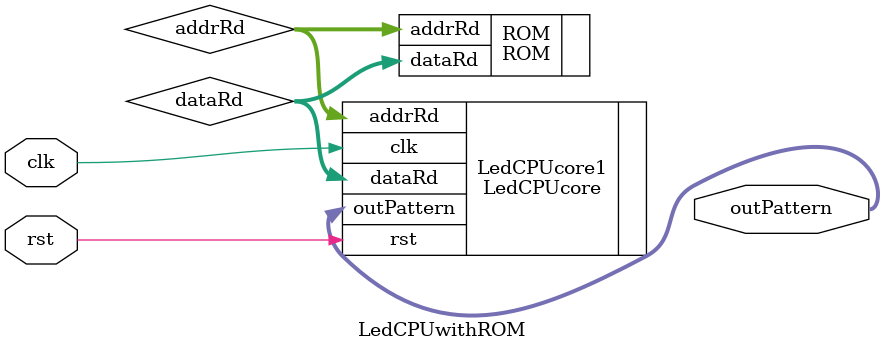
<source format=v>
`timescale 1ns / 1ps

module LedCPUwithROM(clk, rst, outPattern);
input clk, rst;
output [7:0] outPattern;

parameter FREQ = 50_000_000/16;

wire [ 7:0]addrRd;
wire [15:0]dataRd;

LedCPUcore #(FREQ) LedCPUcore1(.clk(clk), .rst(rst), .addrRd(addrRd), .dataRd(dataRd), .outPattern(outPattern));
ROM ROM(.addrRd(addrRd), .dataRd(dataRd));

endmodule

</source>
